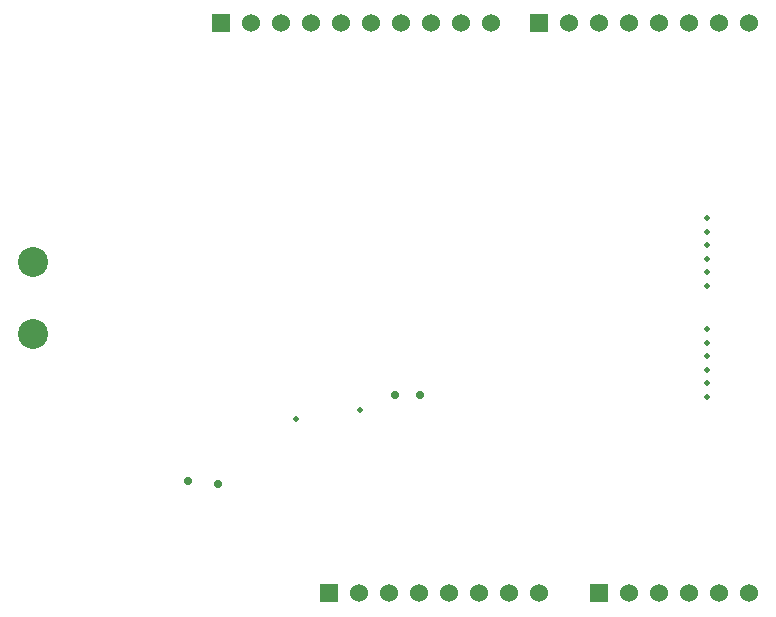
<source format=gbs>
G04*
G04 #@! TF.GenerationSoftware,Altium Limited,Altium Designer,22.10.1 (41)*
G04*
G04 Layer_Color=16711935*
%FSLAX44Y44*%
%MOMM*%
G71*
G04*
G04 #@! TF.SameCoordinates,1ED68049-6446-41C4-8790-5122A1232E00*
G04*
G04*
G04 #@! TF.FilePolarity,Negative*
G04*
G01*
G75*
%ADD21C,1.5240*%
%ADD22R,1.5240X1.5240*%
%ADD23C,2.5400*%
%ADD24C,0.5080*%
%ADD25C,0.7112*%
D21*
X213360Y508000D02*
D03*
X238760D02*
D03*
X264160D02*
D03*
X289560D02*
D03*
X391160D02*
D03*
X416560D02*
D03*
X340360D02*
D03*
X365760D02*
D03*
X314960D02*
D03*
X482600D02*
D03*
X508000D02*
D03*
X533400D02*
D03*
X558800D02*
D03*
X609600D02*
D03*
X635000D02*
D03*
X584200D02*
D03*
X635000Y25400D02*
D03*
X609600D02*
D03*
X584200D02*
D03*
X558800D02*
D03*
X533400D02*
D03*
X304800D02*
D03*
X330200D02*
D03*
X355600D02*
D03*
X381000D02*
D03*
X431800D02*
D03*
X457200D02*
D03*
X406400D02*
D03*
D22*
X187960Y508000D02*
D03*
X457200D02*
D03*
X508000Y25400D02*
D03*
X279400D02*
D03*
D23*
X29210Y245110D02*
D03*
Y306070D02*
D03*
D24*
X251460Y172720D02*
D03*
X306070Y180340D02*
D03*
X599440Y237490D02*
D03*
Y226060D02*
D03*
Y214630D02*
D03*
Y191770D02*
D03*
Y203200D02*
D03*
Y248920D02*
D03*
Y285750D02*
D03*
Y297180D02*
D03*
Y308610D02*
D03*
Y320040D02*
D03*
Y331470D02*
D03*
Y342900D02*
D03*
D25*
X356870Y193040D02*
D03*
X335280D02*
D03*
X185420Y118110D02*
D03*
X160020Y120650D02*
D03*
M02*

</source>
